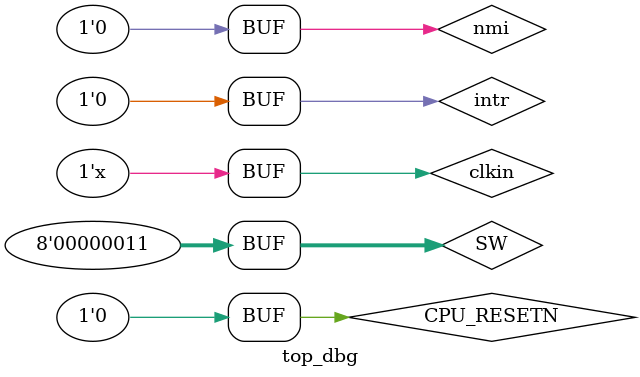
<source format=v>
`timescale 1ns / 1ps


module top_dbg();
    reg CPU_RESETN;
    reg[7:0] SW;
    wire[7:0] LED, o8255;
    reg clkin;
    wire[7:0] dbusout;
    wire[7:0] dbusin, memdat, i8255_data;
    wire[19:0] abus;
    wire[11:0] address_mem;
    wire iom, notwr, notrd, cpuerror,rdn,resoutn,wran,wrn,inta;
    reg nmi, intr;
    wire[12:0] latchout;
    wire[1:0] ctrl;
    assign ctrl = address_mem[2:1];
    initial begin
        SW = 8'h3;
        nmi = 1'b0;
        intr = 1'b0;
        clkin = 1'b0;
        CPU_RESETN = 1'b0;
        #40 CPU_RESETN = 1'b1;
        #100 CPU_RESETN = 1'b0;
    end

    always begin
        #5 clkin = ~clkin;
    end
    
    //wire CLK2MHZ;
    //clkdiv divider(.clk(clkin), .modclk(CLK2MHZ));
    system sysdbg(.clk(clkin), .reset(CPU_RESETN), .PORTA(SW), .PORTB(LED), .dbusout(dbusout), .abus(abus), .dbusin(dbusin), .iom(iom), .notwr(notwr), .notrd(notrd), .address_mem(address_mem),
    .i8255_dat(o8255), .mem_data(memdat), .latchout(latchout));
    //cpu86 sysdbg(.clk(clkin), .dbus_in(dbusin), .intr(intr), .nmi(nmi), .por(CPU_RESETN), .abus(abus), .dbus_out(dbusout), .cpuerror(cpuerror), .inta(inta), .rdn(rdn), .resoutn(resoutn), .wran(wran), .wrn(wrn));
endmodule

</source>
